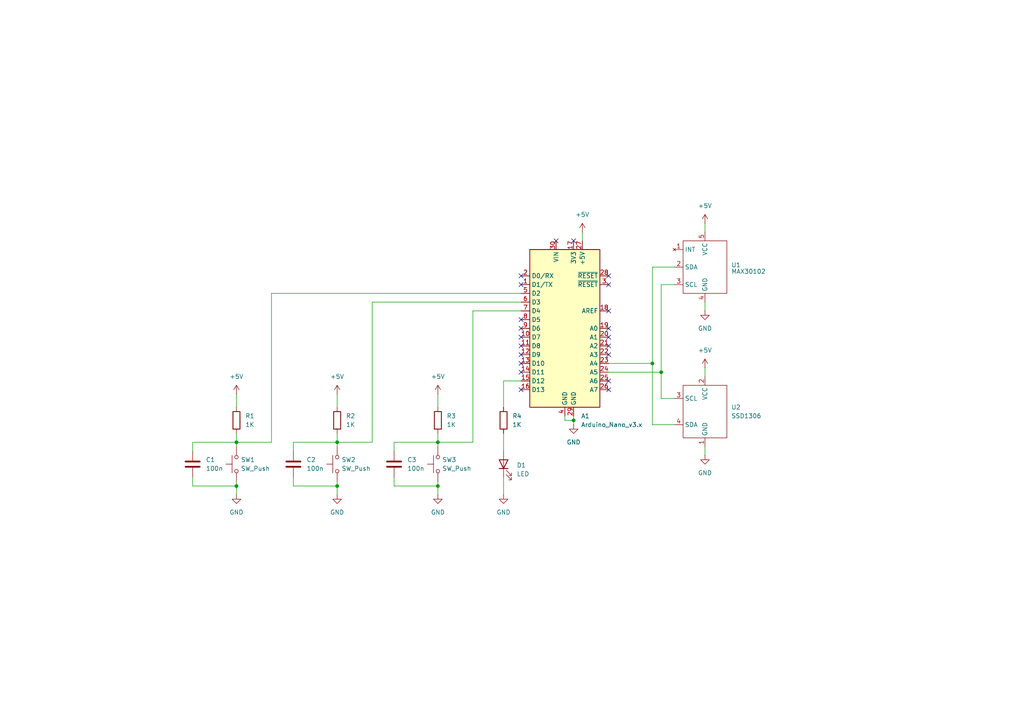
<source format=kicad_sch>
(kicad_sch (version 20250114) (generator "eeschema") (generator_version "9.0")
  (paper "A4")
  (lib_symbols
    (symbol "Device:C" (pin_numbers (hide yes)) (pin_names (offset 0.254))
      (property "Reference" "C" (at 0.635 2.54 0))
      (property "Value" "C" (at 0.635 -2.54 0))
      (symbol "C_0_1"
        (polyline (pts (xy -2.032 0.762) (xy 2.032 0.762)) (stroke (width 0.508)))
        (polyline (pts (xy -2.032 -0.762) (xy 2.032 -0.762)) (stroke (width 0.508)))
      )
      (symbol "C_1_1"
        (pin passive line (at 0 3.81 270) (length 2.794) (name "~") (number "1"))
        (pin passive line (at 0 -3.81 90) (length 2.794) (name "~") (number "2"))
      )
    )
    (symbol "Device:LED" (pin_numbers (hide yes)) (pin_names (offset 1.016) (hide yes))
      (property "Reference" "D" (at 0 2.54 0))
      (property "Value" "LED" (at 0 -2.54 0))
      (symbol "LED_0_1"
        (polyline (pts (xy -3.048 -0.762) (xy -4.572 -2.286) (xy -3.81 -2.286) (xy -4.572 -2.286) (xy -4.572 -1.524)))
        (polyline (pts (xy -1.778 -0.762) (xy -3.302 -2.286) (xy -2.54 -2.286) (xy -3.302 -2.286) (xy -3.302 -1.524)))
        (polyline (pts (xy -1.27 0) (xy 1.27 0)))
        (polyline (pts (xy -1.27 -1.27) (xy -1.27 1.27)) (stroke (width 0.254)))
        (polyline (pts (xy 1.27 -1.27) (xy 1.27 1.27) (xy -1.27 0) (xy 1.27 -1.27)) (stroke (width 0.254)))
      )
      (symbol "LED_1_1"
        (pin passive line (at -3.81 0 0) (length 2.54) (name "K") (number "1"))
        (pin passive line (at 3.81 0 180) (length 2.54) (name "A") (number "2"))
      )
    )
    (symbol "Device:R" (pin_numbers (hide yes)) (pin_names (offset 0))
      (property "Reference" "R" (at 2.032 0 90))
      (property "Value" "R" (at 0 0 90))
      (symbol "R_0_1"
        (rectangle (start -1.016 -2.54) (end 1.016 2.54) (stroke (width 0.254)))
      )
      (symbol "R_1_1"
        (pin passive line (at 0 3.81 270) (length 1.27) (name "~") (number "1"))
        (pin passive line (at 0 -3.81 90) (length 1.27) (name "~") (number "2"))
      )
    )
    (symbol "MCU_Module:Arduino_Nano_v3.x"
      (property "Reference" "A" (at -10.16 23.495 0))
      (property "Value" "Arduino_Nano_v3.x" (at 5.08 -24.13 0))
      (symbol "Arduino_Nano_v3.x_0_1"
        (rectangle (start -10.16 22.86) (end 10.16 -22.86) (stroke (width 0.254)) (fill (type background)))
      )
      (symbol "Arduino_Nano_v3.x_1_1"
        (pin bidirectional line (at -12.7 15.24 0) (length 2.54) (name "D0/RX") (number "2"))
        (pin bidirectional line (at -12.7 12.7 0) (length 2.54) (name "D1/TX") (number "1"))
        (pin bidirectional line (at -12.7 10.16 0) (length 2.54) (name "D2") (number "5"))
        (pin bidirectional line (at -12.7 7.62 0) (length 2.54) (name "D3") (number "6"))
        (pin bidirectional line (at -12.7 5.08 0) (length 2.54) (name "D4") (number "7"))
        (pin bidirectional line (at -12.7 2.54 0) (length 2.54) (name "D5") (number "8"))
        (pin bidirectional line (at -12.7 0 0) (length 2.54) (name "D6") (number "9"))
        (pin bidirectional line (at -12.7 -2.54 0) (length 2.54) (name "D7") (number "10"))
        (pin bidirectional line (at -12.7 -5.08 0) (length 2.54) (name "D8") (number "11"))
        (pin bidirectional line (at -12.7 -7.62 0) (length 2.54) (name "D9") (number "12"))
        (pin bidirectional line (at -12.7 -10.16 0) (length 2.54) (name "D10") (number "13"))
        (pin bidirectional line (at -12.7 -12.7 0) (length 2.54) (name "D11") (number "14"))
        (pin bidirectional line (at -12.7 -15.24 0) (length 2.54) (name "D12") (number "15"))
        (pin bidirectional line (at -12.7 -17.78 0) (length 2.54) (name "D13") (number "16"))
        (pin power_in line (at -2.54 25.4 270) (length 2.54) (name "VIN") (number "30"))
        (pin power_in line (at 0 -25.4 90) (length 2.54) (name "GND") (number "4"))
        (pin power_out line (at 2.54 25.4 270) (length 2.54) (name "3V3") (number "17"))
        (pin power_in line (at 2.54 -25.4 90) (length 2.54) (name "GND") (number "29"))
        (pin power_out line (at 5.08 25.4 270) (length 2.54) (name "+5V") (number "27"))
        (pin input line (at 12.7 15.24 180) (length 2.54) (name "~{RESET}") (number "28"))
        (pin input line (at 12.7 12.7 180) (length 2.54) (name "~{RESET}") (number "3"))
        (pin input line (at 12.7 5.08 180) (length 2.54) (name "AREF") (number "18"))
        (pin bidirectional line (at 12.7 0 180) (length 2.54) (name "A0") (number "19"))
        (pin bidirectional line (at 12.7 -2.54 180) (length 2.54) (name "A1") (number "20"))
        (pin bidirectional line (at 12.7 -5.08 180) (length 2.54) (name "A2") (number "21"))
        (pin bidirectional line (at 12.7 -7.62 180) (length 2.54) (name "A3") (number "22"))
        (pin bidirectional line (at 12.7 -10.16 180) (length 2.54) (name "A4") (number "23"))
        (pin bidirectional line (at 12.7 -12.7 180) (length 2.54) (name "A5") (number "24"))
        (pin bidirectional line (at 12.7 -15.24 180) (length 2.54) (name "A6") (number "25"))
        (pin bidirectional line (at 12.7 -17.78 180) (length 2.54) (name "A7") (number "26"))
      )
    )
    (symbol "Switch:SW_Push" (pin_numbers (hide yes)) (pin_names (offset 1.016) (hide yes))
      (property "Reference" "SW" (at 1.27 2.54 0))
      (property "Value" "SW_Push" (at 0 -1.524 0))
      (symbol "SW_Push_0_1"
        (circle (center -2.032 0) (radius 0.508))
        (polyline (pts (xy 0 1.27) (xy 0 3.048)))
        (circle (center 2.032 0) (radius 0.508))
        (polyline (pts (xy 2.54 1.27) (xy -2.54 1.27)))
        (pin passive line (at -5.08 0 0) (length 2.54) (name "1") (number "1"))
        (pin passive line (at 5.08 0 180) (length 2.54) (name "2") (number "2"))
      )
    )
    (symbol "power:+5V" (power) (pin_numbers (hide yes)) (pin_names (offset 0) (hide yes))
      (property "Value" "+5V" (at 0 3.556 0))
      (symbol "+5V_0_1"
        (polyline (pts (xy -0.762 1.27) (xy 0 2.54)))
        (polyline (pts (xy 0 2.54) (xy 0.762 1.27)))
        (polyline (pts (xy 0 0) (xy 0 2.54)))
      )
      (symbol "+5V_1_1"
        (pin power_in line (at 0 0 90) (length 0) (name "~") (number "1"))
      )
    )
    (symbol "power:GND" (power) (pin_numbers (hide yes)) (pin_names (offset 0) (hide yes))
      (property "Value" "GND" (at 0 -3.81 0))
      (symbol "GND_0_1"
        (polyline (pts (xy 0 0) (xy 0 -1.27) (xy 1.27 -1.27) (xy 0 -2.54) (xy -1.27 -1.27) (xy 0 -1.27)))
      )
      (symbol "GND_1_1"
        (pin power_in line (at 0 0 270) (length 0) (name "~") (number "1"))
      )
    )
    (symbol "spo2:MAX30102_Module"
      (property "Reference" "U" (at 0 0 0))
      (property "Value" "MAX30102" (at 7.62 -9.652 0))
      (symbol "MAX30102_Module_0_1"
        (rectangle (start -6.35 7.62) (end 6.35 -7.62))
      )
      (symbol "MAX30102_Module_1_1"
        (pin no_connect line (at -8.89 5.08 0) (length 2.54) (name "INT") (number "1"))
        (pin bidirectional line (at -8.89 0 0) (length 2.54) (name "SDA") (number "2"))
        (pin input line (at -8.89 -5.08 0) (length 2.54) (name "SCL") (number "3"))
        (pin input line (at 0 10.16 270) (length 2.54) (name "VCC") (number "5"))
        (pin input line (at 0 -10.16 90) (length 2.54) (name "GND") (number "4"))
      )
    )
    (symbol "spo2:SSD1306"
      (property "Reference" "U" (at 0 0 0))
      (property "Value" "SSD1306" (at 8.636 -9.906 0))
      (symbol "SSD1306_0_1"
        (rectangle (start -6.35 7.62) (end 6.35 -7.62))
      )
      (symbol "SSD1306_1_1"
        (pin input line (at -8.89 3.81 0) (length 2.54) (name "SCL") (number "3"))
        (pin bidirectional line (at -8.89 -3.81 0) (length 2.54) (name "SDA") (number "4"))
        (pin input line (at 0 10.16 270) (length 2.54) (name "VCC") (number "2"))
        (pin input line (at 0 -10.16 90) (length 2.54) (name "GND") (number "1"))
      )
    )
  )
  (junction (at 68.58 128.27))
  (junction (at 191.77 107.95))
  (junction (at 166.37 121.92))
  (junction (at 97.79 128.27))
  (junction (at 127 140.97))
  (junction (at 97.79 140.97))
  (junction (at 127 128.27))
  (junction (at 189.23 105.41))
  (junction (at 68.58 140.97))
  (no_connect (at 176.53 80.01))
  (no_connect (at 176.53 113.03))
  (no_connect (at 176.53 90.17))
  (no_connect (at 151.13 95.25))
  (no_connect (at 151.13 82.55))
  (no_connect (at 176.53 82.55))
  (no_connect (at 161.29 69.85))
  (no_connect (at 176.53 102.87))
  (no_connect (at 151.13 80.01))
  (no_connect (at 151.13 107.95))
  (no_connect (at 151.13 102.87))
  (no_connect (at 151.13 100.33))
  (no_connect (at 151.13 105.41))
  (no_connect (at 176.53 110.49))
  (no_connect (at 166.37 69.85))
  (no_connect (at 151.13 113.03))
  (no_connect (at 151.13 92.71))
  (no_connect (at 151.13 97.79))
  (no_connect (at 176.53 95.25))
  (no_connect (at 176.53 100.33))
  (no_connect (at 176.53 97.79))
  (wire (pts (xy 97.79 128.27) (xy 107.95 128.27)))
  (wire (pts (xy 107.95 128.27) (xy 107.95 87.63)))
  (wire (pts (xy 85.09 140.97) (xy 97.79 140.97)))
  (wire (pts (xy 191.77 107.95) (xy 191.77 115.57)))
  (wire (pts (xy 114.3 138.43) (xy 114.3 140.97)))
  (wire (pts (xy 85.09 130.81) (xy 85.09 128.27)))
  (wire (pts (xy 163.83 121.92) (xy 166.37 121.92)))
  (wire (pts (xy 195.58 77.47) (xy 189.23 77.47)))
  (wire (pts (xy 163.83 120.65) (xy 163.83 121.92)))
  (wire (pts (xy 55.88 140.97) (xy 68.58 140.97)))
  (wire (pts (xy 127 128.27) (xy 127 129.54)))
  (wire (pts (xy 204.47 106.68) (xy 204.47 109.22)))
  (wire (pts (xy 204.47 64.77) (xy 204.47 67.31)))
  (wire (pts (xy 191.77 115.57) (xy 195.58 115.57)))
  (wire (pts (xy 114.3 130.81) (xy 114.3 128.27)))
  (wire (pts (xy 189.23 77.47) (xy 189.23 105.41)))
  (wire (pts (xy 97.79 139.7) (xy 97.79 140.97)))
  (wire (pts (xy 55.88 138.43) (xy 55.88 140.97)))
  (wire (pts (xy 166.37 120.65) (xy 166.37 121.92)))
  (wire (pts (xy 68.58 140.97) (xy 68.58 143.51)))
  (wire (pts (xy 189.23 105.41) (xy 189.23 123.19)))
  (wire (pts (xy 68.58 114.3) (xy 68.58 118.11)))
  (wire (pts (xy 166.37 121.92) (xy 166.37 123.19)))
  (wire (pts (xy 127 128.27) (xy 137.16 128.27)))
  (wire (pts (xy 146.05 110.49) (xy 151.13 110.49)))
  (wire (pts (xy 195.58 82.55) (xy 191.77 82.55)))
  (wire (pts (xy 114.3 128.27) (xy 127 128.27)))
  (wire (pts (xy 146.05 125.73) (xy 146.05 130.81)))
  (wire (pts (xy 127 139.7) (xy 127 140.97)))
  (wire (pts (xy 137.16 128.27) (xy 137.16 90.17)))
  (wire (pts (xy 127 114.3) (xy 127 118.11)))
  (wire (pts (xy 97.79 125.73) (xy 97.79 128.27)))
  (wire (pts (xy 176.53 107.95) (xy 191.77 107.95)))
  (wire (pts (xy 55.88 130.81) (xy 55.88 128.27)))
  (wire (pts (xy 68.58 139.7) (xy 68.58 140.97)))
  (wire (pts (xy 85.09 128.27) (xy 97.79 128.27)))
  (wire (pts (xy 191.77 82.55) (xy 191.77 107.95)))
  (wire (pts (xy 204.47 129.54) (xy 204.47 132.08)))
  (wire (pts (xy 78.74 128.27) (xy 78.74 85.09)))
  (wire (pts (xy 189.23 123.19) (xy 195.58 123.19)))
  (wire (pts (xy 127 125.73) (xy 127 128.27)))
  (wire (pts (xy 137.16 90.17) (xy 151.13 90.17)))
  (wire (pts (xy 204.47 87.63) (xy 204.47 90.17)))
  (wire (pts (xy 68.58 128.27) (xy 68.58 129.54)))
  (wire (pts (xy 97.79 128.27) (xy 97.79 129.54)))
  (wire (pts (xy 97.79 114.3) (xy 97.79 118.11)))
  (wire (pts (xy 68.58 125.73) (xy 68.58 128.27)))
  (wire (pts (xy 127 140.97) (xy 127 143.51)))
  (wire (pts (xy 68.58 128.27) (xy 78.74 128.27)))
  (wire (pts (xy 78.74 85.09) (xy 151.13 85.09)))
  (wire (pts (xy 176.53 105.41) (xy 189.23 105.41)))
  (wire (pts (xy 114.3 140.97) (xy 127 140.97)))
  (wire (pts (xy 146.05 138.43) (xy 146.05 143.51)))
  (wire (pts (xy 85.09 138.43) (xy 85.09 140.97)))
  (wire (pts (xy 107.95 87.63) (xy 151.13 87.63)))
  (wire (pts (xy 97.79 140.97) (xy 97.79 143.51)))
  (wire (pts (xy 146.05 118.11) (xy 146.05 110.49)))
  (wire (pts (xy 168.91 67.31) (xy 168.91 69.85)))
  (wire (pts (xy 55.88 128.27) (xy 68.58 128.27)))
  (symbol (lib_id "power:GND") (at 204.47 90.17 0) (unit 1)
    (property "Reference" "#PWR011" (effects (hide yes)))
    (property "Value" "GND" (at 204.47 95.25 0))
    (property "Description" "Power symbol creates a global label with name \"GND\" , ground" (effects (hide yes)))
  )
  (symbol (lib_id "Device:C") (at 55.88 134.62 0) (unit 1)
    (property "Reference" "C1" (at 59.69 133.3499 0) (effects (justify left)))
    (property "Value" "100n" (at 59.69 135.8899 0) (effects (justify left)))
    (property "Footprint" "Capacitor_THT:C_Disc_D4.7mm_W2.5mm_P5.00mm" (effects (hide yes)))
    (property "Description" "Unpolarized capacitor" (effects (hide yes)))
  )
  (symbol (lib_id "power:GND") (at 68.58 143.51 0) (unit 1)
    (property "Reference" "#PWR04" (effects (hide yes)))
    (property "Value" "GND" (at 68.58 148.59 0))
    (property "Description" "Power symbol creates a global label with name \"GND\" , ground" (effects (hide yes)))
  )
  (symbol (lib_id "power:+5V") (at 97.79 114.3 0) (unit 1)
    (property "Reference" "#PWR05" (effects (hide yes)))
    (property "Value" "+5V" (at 97.79 109.22 0))
    (property "Description" "Power symbol creates a global label with name \"+5V\"" (effects (hide yes)))
  )
  (symbol (lib_id "MCU_Module:Arduino_Nano_v3.x") (at 163.83 95.25 0) (unit 1)
    (property "Reference" "A1" (at 168.5133 120.65 0) (effects (justify left)))
    (property "Value" "Arduino_Nano_v3.x" (at 168.5133 123.19 0) (effects (justify left)))
    (property "Footprint" "Module:Arduino_Nano" (effects (hide yes)))
    (property "Datasheet" "http://www.mouser.com/pdfdocs/Gravitech_Arduino_Nano3_0.pdf" (effects (hide yes)))
    (property "Description" "Arduino Nano v3.x" (effects (hide yes)))
  )
  (symbol (lib_id "power:+5V") (at 204.47 64.77 0) (unit 1)
    (property "Reference" "#PWR013" (effects (hide yes)))
    (property "Value" "+5V" (at 204.47 59.69 0))
    (property "Description" "Power symbol creates a global label with name \"+5V\"" (effects (hide yes)))
  )
  (symbol (lib_id "power:+5V") (at 168.91 67.31 0) (unit 1)
    (property "Reference" "#PWR01" (effects (hide yes)))
    (property "Value" "+5V" (at 168.91 62.23 0))
    (property "Description" "Power symbol creates a global label with name \"+5V\"" (effects (hide yes)))
  )
  (symbol (lib_id "power:+5V") (at 204.47 106.68 0) (unit 1)
    (property "Reference" "#PWR012" (effects (hide yes)))
    (property "Value" "+5V" (at 204.47 101.6 0))
    (property "Description" "Power symbol creates a global label with name \"+5V\"" (effects (hide yes)))
  )
  (symbol (lib_id "Device:R") (at 146.05 121.92 0) (unit 1)
    (property "Reference" "R4" (at 148.59 120.6499 0) (effects (justify left)))
    (property "Value" "1K" (at 148.59 123.1899 0) (effects (justify left)))
    (property "Footprint" "Resistor_THT:R_Axial_DIN0207_L6.3mm_D2.5mm_P7.62mm_Horizontal" (effects (hide yes)))
    (property "Description" "Resistor" (effects (hide yes)))
  )
  (symbol (lib_id "power:+5V") (at 127 114.3 0) (unit 1)
    (property "Reference" "#PWR07" (effects (hide yes)))
    (property "Value" "+5V" (at 127 109.22 0))
    (property "Description" "Power symbol creates a global label with name \"+5V\"" (effects (hide yes)))
  )
  (symbol (lib_id "power:GND") (at 204.47 132.08 0) (unit 1)
    (property "Reference" "#PWR010" (effects (hide yes)))
    (property "Value" "GND" (at 204.47 137.16 0))
    (property "Description" "Power symbol creates a global label with name \"GND\" , ground" (effects (hide yes)))
  )
  (symbol (lib_id "power:GND") (at 97.79 143.51 0) (unit 1)
    (property "Reference" "#PWR06" (effects (hide yes)))
    (property "Value" "GND" (at 97.79 148.59 0))
    (property "Description" "Power symbol creates a global label with name \"GND\" , ground" (effects (hide yes)))
  )
  (symbol (lib_id "Device:R") (at 97.79 121.92 0) (unit 1)
    (property "Reference" "R2" (at 100.33 120.6499 0) (effects (justify left)))
    (property "Value" "1K" (at 100.33 123.1899 0) (effects (justify left)))
    (property "Footprint" "Resistor_THT:R_Axial_DIN0207_L6.3mm_D2.5mm_P7.62mm_Horizontal" (effects (hide yes)))
    (property "Description" "Resistor" (effects (hide yes)))
  )
  (symbol (lib_id "power:+5V") (at 68.58 114.3 0) (unit 1)
    (property "Reference" "#PWR03" (effects (hide yes)))
    (property "Value" "+5V" (at 68.58 109.22 0))
    (property "Description" "Power symbol creates a global label with name \"+5V\"" (effects (hide yes)))
  )
  (symbol (lib_id "spo2:MAX30102_Module") (at 204.47 77.47 0) (unit 1)
    (property "Reference" "U1" (at 212.09 76.8349 0) (effects (justify left)))
    (property "Value" "MAX30102" (at 212.09 78.74 0) (effects (justify left)))
    (property "Footprint" "spo2_stuff:MAX30102_MODULE" (effects (hide yes)))
  )
  (symbol (lib_id "spo2:SSD1306") (at 204.47 119.38 0) (unit 1)
    (property "Reference" "U2" (at 212.09 118.1099 0) (effects (justify left)))
    (property "Value" "SSD1306" (at 212.09 120.6499 0) (effects (justify left)))
    (property "Footprint" "spo2_stuff:SSD1306" (effects (hide yes)))
  )
  (symbol (lib_id "power:GND") (at 127 143.51 0) (unit 1)
    (property "Reference" "#PWR08" (effects (hide yes)))
    (property "Value" "GND" (at 127 148.59 0))
    (property "Description" "Power symbol creates a global label with name \"GND\" , ground" (effects (hide yes)))
  )
  (symbol (lib_id "Device:C") (at 85.09 134.62 0) (unit 1)
    (property "Reference" "C2" (at 88.9 133.3499 0) (effects (justify left)))
    (property "Value" "100n" (at 88.9 135.8899 0) (effects (justify left)))
    (property "Footprint" "Capacitor_THT:C_Disc_D4.7mm_W2.5mm_P5.00mm" (effects (hide yes)))
    (property "Description" "Unpolarized capacitor" (effects (hide yes)))
  )
  (symbol (lib_id "Device:C") (at 114.3 134.62 0) (unit 1)
    (property "Reference" "C3" (at 118.11 133.3499 0) (effects (justify left)))
    (property "Value" "100n" (at 118.11 135.8899 0) (effects (justify left)))
    (property "Footprint" "Capacitor_THT:C_Disc_D4.7mm_W2.5mm_P5.00mm" (effects (hide yes)))
    (property "Description" "Unpolarized capacitor" (effects (hide yes)))
  )
  (symbol (lib_id "power:GND") (at 166.37 123.19 0) (unit 1)
    (property "Reference" "#PWR02" (effects (hide yes)))
    (property "Value" "GND" (at 166.37 128.27 0))
    (property "Description" "Power symbol creates a global label with name \"GND\" , ground" (effects (hide yes)))
  )
  (symbol (lib_id "Switch:SW_Push") (at 68.58 134.62 90) (unit 1)
    (property "Reference" "SW1" (at 69.85 133.3499 90) (effects (justify right)))
    (property "Value" "SW_Push" (at 69.85 135.8899 90) (effects (justify right)))
    (property "Footprint" "Button_Switch_THT:SW_PUSH_6mm" (effects (hide yes)))
    (property "Description" "Push button switch, generic, two pins" (effects (hide yes)))
  )
  (symbol (lib_id "Device:R") (at 127 121.92 0) (unit 1)
    (property "Reference" "R3" (at 129.54 120.6499 0) (effects (justify left)))
    (property "Value" "1K" (at 129.54 123.1899 0) (effects (justify left)))
    (property "Footprint" "Resistor_THT:R_Axial_DIN0207_L6.3mm_D2.5mm_P7.62mm_Horizontal" (effects (hide yes)))
    (property "Description" "Resistor" (effects (hide yes)))
  )
  (symbol (lib_id "Switch:SW_Push") (at 97.79 134.62 90) (unit 1)
    (property "Reference" "SW2" (at 99.06 133.3499 90) (effects (justify right)))
    (property "Value" "SW_Push" (at 99.06 135.8899 90) (effects (justify right)))
    (property "Footprint" "Button_Switch_THT:SW_PUSH_6mm" (effects (hide yes)))
    (property "Description" "Push button switch, generic, two pins" (effects (hide yes)))
  )
  (symbol (lib_id "Device:LED") (at 146.05 134.62 90) (unit 1)
    (property "Reference" "D1" (at 149.86 134.9374 90) (effects (justify right)))
    (property "Value" "LED" (at 149.86 137.4774 90) (effects (justify right)))
    (property "Footprint" "LED_THT:LED_D5.0mm" (effects (hide yes)))
    (property "Description" "Light emitting diode" (effects (hide yes)))
    (property "Sim.Pins" "1=K 2=A" (effects (hide yes)))
  )
  (symbol (lib_id "Device:R") (at 68.58 121.92 0) (unit 1)
    (property "Reference" "R1" (at 71.12 120.6499 0) (effects (justify left)))
    (property "Value" "1K" (at 71.12 123.1899 0) (effects (justify left)))
    (property "Footprint" "Resistor_THT:R_Axial_DIN0207_L6.3mm_D2.5mm_P7.62mm_Horizontal" (effects (hide yes)))
    (property "Description" "Resistor" (effects (hide yes)))
  )
  (symbol (lib_id "Switch:SW_Push") (at 127 134.62 90) (unit 1)
    (property "Reference" "SW3" (at 128.27 133.3499 90) (effects (justify right)))
    (property "Value" "SW_Push" (at 128.27 135.8899 90) (effects (justify right)))
    (property "Footprint" "Button_Switch_THT:SW_PUSH_6mm" (effects (hide yes)))
    (property "Description" "Push button switch, generic, two pins" (effects (hide yes)))
  )
  (symbol (lib_id "power:GND") (at 146.05 143.51 0) (unit 1)
    (property "Reference" "#PWR09" (effects (hide yes)))
    (property "Value" "GND" (at 146.05 148.59 0))
    (property "Description" "Power symbol creates a global label with name \"GND\" , ground" (effects (hide yes)))
  )
)
</source>
